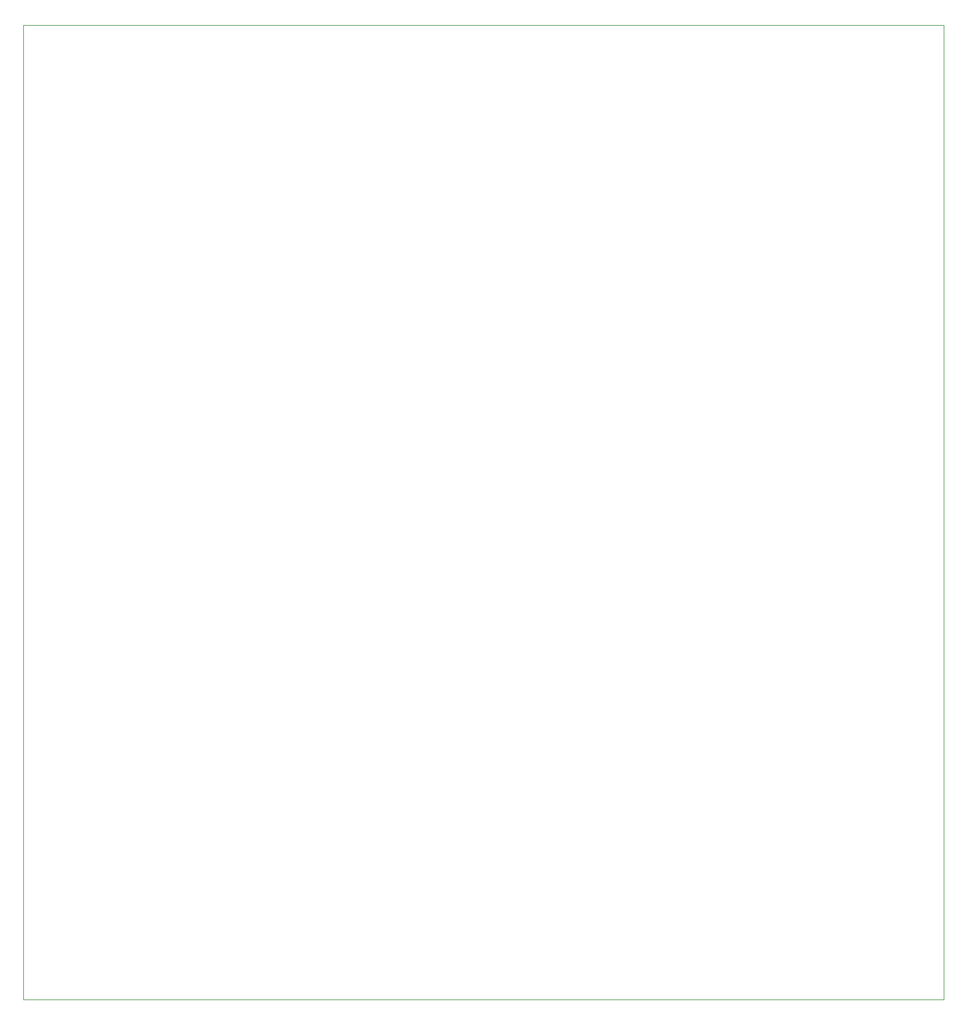
<source format=gm1>
G04 #@! TF.GenerationSoftware,KiCad,Pcbnew,(5.0.2)-1*
G04 #@! TF.CreationDate,2019-01-18T21:24:51-05:00*
G04 #@! TF.ProjectId,Slave,536c6176-652e-46b6-9963-61645f706362,rev?*
G04 #@! TF.SameCoordinates,Original*
G04 #@! TF.FileFunction,Profile,NP*
%FSLAX46Y46*%
G04 Gerber Fmt 4.6, Leading zero omitted, Abs format (unit mm)*
G04 Created by KiCad (PCBNEW (5.0.2)-1) date 1/18/2019 9:24:51 PM*
%MOMM*%
%LPD*%
G01*
G04 APERTURE LIST*
%ADD10C,0.100000*%
G04 APERTURE END LIST*
D10*
X218694000Y-39878000D02*
X88138000Y-39878000D01*
X218694000Y-178054000D02*
X218694000Y-39878000D01*
X88138000Y-178054000D02*
X218694000Y-178054000D01*
X88138000Y-39878000D02*
X88138000Y-178054000D01*
M02*

</source>
